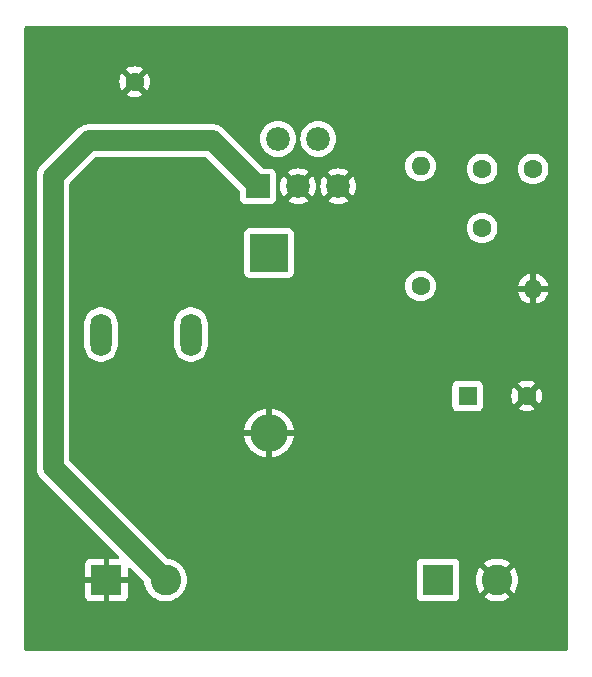
<source format=gbl>
G04 #@! TF.GenerationSoftware,KiCad,Pcbnew,8.0.4*
G04 #@! TF.CreationDate,2024-11-26T22:54:14-05:00*
G04 #@! TF.ProjectId,buck_converter_lm2596_5V,6275636b-5f63-46f6-9e76-65727465725f,rev?*
G04 #@! TF.SameCoordinates,Original*
G04 #@! TF.FileFunction,Copper,L2,Bot*
G04 #@! TF.FilePolarity,Positive*
%FSLAX46Y46*%
G04 Gerber Fmt 4.6, Leading zero omitted, Abs format (unit mm)*
G04 Created by KiCad (PCBNEW 8.0.4) date 2024-11-26 22:54:14*
%MOMM*%
%LPD*%
G01*
G04 APERTURE LIST*
G04 #@! TA.AperFunction,ComponentPad*
%ADD10R,1.600000X1.600000*%
G04 #@! TD*
G04 #@! TA.AperFunction,ComponentPad*
%ADD11C,1.600000*%
G04 #@! TD*
G04 #@! TA.AperFunction,ComponentPad*
%ADD12R,2.019300X2.019300*%
G04 #@! TD*
G04 #@! TA.AperFunction,ComponentPad*
%ADD13C,2.019300*%
G04 #@! TD*
G04 #@! TA.AperFunction,ComponentPad*
%ADD14R,2.600000X2.600000*%
G04 #@! TD*
G04 #@! TA.AperFunction,ComponentPad*
%ADD15C,2.600000*%
G04 #@! TD*
G04 #@! TA.AperFunction,ComponentPad*
%ADD16O,1.600000X1.600000*%
G04 #@! TD*
G04 #@! TA.AperFunction,ComponentPad*
%ADD17O,1.800000X3.600000*%
G04 #@! TD*
G04 #@! TA.AperFunction,ComponentPad*
%ADD18R,3.200000X3.200000*%
G04 #@! TD*
G04 #@! TA.AperFunction,ComponentPad*
%ADD19O,3.200000X3.200000*%
G04 #@! TD*
G04 #@! TA.AperFunction,Conductor*
%ADD20C,1.750000*%
G04 #@! TD*
G04 APERTURE END LIST*
D10*
X175197349Y-86400000D03*
D11*
X180197349Y-86400000D03*
D10*
X147000000Y-64802651D03*
D11*
X147000000Y-59802651D03*
D12*
X157429200Y-68656200D03*
D13*
X159131000Y-64643000D03*
X160832800Y-68656200D03*
X162534600Y-64643000D03*
X164236400Y-68656200D03*
D11*
X176403000Y-72183000D03*
X176403000Y-67183000D03*
D14*
X144606000Y-101981000D03*
D15*
X149606000Y-101981000D03*
D11*
X171196000Y-77089000D03*
D16*
X171196000Y-66929000D03*
D14*
X172673000Y-101981000D03*
D15*
X177673000Y-101981000D03*
D17*
X151765000Y-81200000D03*
X144145000Y-81200000D03*
D18*
X158369000Y-74295000D03*
D19*
X158369000Y-89535000D03*
D11*
X180721000Y-67183000D03*
D16*
X180721000Y-77343000D03*
D20*
X149606000Y-101981000D02*
X140081000Y-92456000D01*
X140081000Y-92456000D02*
X140081000Y-67818000D01*
X140081000Y-67818000D02*
X143129000Y-64770000D01*
X146431000Y-64770000D02*
X153543000Y-64770000D01*
X143129000Y-64770000D02*
X146431000Y-64770000D01*
X153543000Y-64770000D02*
X157429200Y-68656200D01*
G04 #@! TA.AperFunction,Conductor*
G36*
X183592539Y-55130185D02*
G01*
X183638294Y-55182989D01*
X183649500Y-55234500D01*
X183649500Y-107833500D01*
X183629815Y-107900539D01*
X183577011Y-107946294D01*
X183525500Y-107957500D01*
X137784500Y-107957500D01*
X137717461Y-107937815D01*
X137671706Y-107885011D01*
X137660500Y-107833500D01*
X137660500Y-67709746D01*
X138705500Y-67709746D01*
X138705500Y-92564253D01*
X138739370Y-92778098D01*
X138806272Y-92984006D01*
X138806273Y-92984009D01*
X138904569Y-93176922D01*
X139031821Y-93352071D01*
X139031825Y-93352076D01*
X145649068Y-99969319D01*
X145682553Y-100030642D01*
X145677569Y-100100334D01*
X145635697Y-100156267D01*
X145570233Y-100180684D01*
X145561387Y-100181000D01*
X144856000Y-100181000D01*
X144856000Y-101380998D01*
X144795598Y-101355979D01*
X144670019Y-101331000D01*
X144541981Y-101331000D01*
X144416402Y-101355979D01*
X144356000Y-101380998D01*
X144356000Y-100181000D01*
X143258155Y-100181000D01*
X143198627Y-100187401D01*
X143198620Y-100187403D01*
X143063913Y-100237645D01*
X143063906Y-100237649D01*
X142948812Y-100323809D01*
X142948809Y-100323812D01*
X142862649Y-100438906D01*
X142862645Y-100438913D01*
X142812403Y-100573620D01*
X142812401Y-100573627D01*
X142806000Y-100633155D01*
X142806000Y-101731000D01*
X144005999Y-101731000D01*
X143980979Y-101791402D01*
X143956000Y-101916981D01*
X143956000Y-102045019D01*
X143980979Y-102170598D01*
X144005999Y-102231000D01*
X142806000Y-102231000D01*
X142806000Y-103328844D01*
X142812401Y-103388372D01*
X142812403Y-103388379D01*
X142862645Y-103523086D01*
X142862649Y-103523093D01*
X142948809Y-103638187D01*
X142948812Y-103638190D01*
X143063906Y-103724350D01*
X143063913Y-103724354D01*
X143198620Y-103774596D01*
X143198627Y-103774598D01*
X143258155Y-103780999D01*
X143258172Y-103781000D01*
X144356000Y-103781000D01*
X144356000Y-102581001D01*
X144416402Y-102606021D01*
X144541981Y-102631000D01*
X144670019Y-102631000D01*
X144795598Y-102606021D01*
X144856000Y-102581001D01*
X144856000Y-103781000D01*
X145953828Y-103781000D01*
X145953844Y-103780999D01*
X146013372Y-103774598D01*
X146013379Y-103774596D01*
X146148086Y-103724354D01*
X146148093Y-103724350D01*
X146263187Y-103638190D01*
X146263190Y-103638187D01*
X146349350Y-103523093D01*
X146349354Y-103523086D01*
X146399596Y-103388379D01*
X146399598Y-103388372D01*
X146405999Y-103328844D01*
X146406000Y-103328827D01*
X146406000Y-102231000D01*
X145206001Y-102231000D01*
X145231021Y-102170598D01*
X145256000Y-102045019D01*
X145256000Y-101916981D01*
X145231021Y-101791402D01*
X145206001Y-101731000D01*
X146406000Y-101731000D01*
X146406000Y-101025613D01*
X146425685Y-100958574D01*
X146478489Y-100912819D01*
X146547647Y-100902875D01*
X146611203Y-100931900D01*
X146617681Y-100937932D01*
X147779233Y-102099484D01*
X147812718Y-102160807D01*
X147815205Y-102177896D01*
X147820617Y-102250103D01*
X147820618Y-102250106D01*
X147880663Y-102513186D01*
X147880666Y-102513195D01*
X147926901Y-102631000D01*
X147979257Y-102764398D01*
X148114185Y-102998102D01*
X148167655Y-103065151D01*
X148282442Y-103209089D01*
X148469183Y-103382358D01*
X148480259Y-103392635D01*
X148703226Y-103544651D01*
X148946359Y-103661738D01*
X149204228Y-103741280D01*
X149204229Y-103741280D01*
X149204232Y-103741281D01*
X149471063Y-103781499D01*
X149471068Y-103781499D01*
X149471071Y-103781500D01*
X149471072Y-103781500D01*
X149740928Y-103781500D01*
X149740929Y-103781500D01*
X149740936Y-103781499D01*
X150007767Y-103741281D01*
X150007768Y-103741280D01*
X150007772Y-103741280D01*
X150265641Y-103661738D01*
X150508775Y-103544651D01*
X150731741Y-103392635D01*
X150929561Y-103209085D01*
X151097815Y-102998102D01*
X151232743Y-102764398D01*
X151331334Y-102513195D01*
X151391383Y-102250103D01*
X151411549Y-101981000D01*
X151391383Y-101711897D01*
X151331334Y-101448805D01*
X151232743Y-101197602D01*
X151097815Y-100963898D01*
X150929561Y-100752915D01*
X150929560Y-100752914D01*
X150929557Y-100752910D01*
X150800469Y-100633135D01*
X170872500Y-100633135D01*
X170872500Y-103328870D01*
X170872501Y-103328876D01*
X170878908Y-103388483D01*
X170929202Y-103523328D01*
X170929206Y-103523335D01*
X171015452Y-103638544D01*
X171015455Y-103638547D01*
X171130664Y-103724793D01*
X171130671Y-103724797D01*
X171265517Y-103775091D01*
X171265516Y-103775091D01*
X171272444Y-103775835D01*
X171325127Y-103781500D01*
X174020872Y-103781499D01*
X174080483Y-103775091D01*
X174215331Y-103724796D01*
X174330546Y-103638546D01*
X174416796Y-103523331D01*
X174467091Y-103388483D01*
X174473500Y-103328873D01*
X174473499Y-101980995D01*
X175867953Y-101980995D01*
X175867953Y-101981004D01*
X175888113Y-102250026D01*
X175888113Y-102250028D01*
X175948142Y-102513033D01*
X175948148Y-102513052D01*
X176046709Y-102764181D01*
X176046708Y-102764181D01*
X176181602Y-102997822D01*
X176235294Y-103065151D01*
X176235295Y-103065151D01*
X177071958Y-102228488D01*
X177096978Y-102288890D01*
X177168112Y-102395351D01*
X177258649Y-102485888D01*
X177365110Y-102557022D01*
X177425510Y-102582041D01*
X176587848Y-103419702D01*
X176770483Y-103544220D01*
X176770485Y-103544221D01*
X177013539Y-103661269D01*
X177013537Y-103661269D01*
X177271337Y-103740790D01*
X177271343Y-103740792D01*
X177538101Y-103780999D01*
X177538110Y-103781000D01*
X177807890Y-103781000D01*
X177807898Y-103780999D01*
X178074656Y-103740792D01*
X178074662Y-103740790D01*
X178332461Y-103661269D01*
X178575521Y-103544218D01*
X178758150Y-103419702D01*
X177920488Y-102582041D01*
X177980890Y-102557022D01*
X178087351Y-102485888D01*
X178177888Y-102395351D01*
X178249022Y-102288890D01*
X178274041Y-102228488D01*
X179110703Y-103065151D01*
X179110704Y-103065150D01*
X179164393Y-102997828D01*
X179164400Y-102997817D01*
X179299290Y-102764181D01*
X179397851Y-102513052D01*
X179397857Y-102513033D01*
X179457886Y-102250028D01*
X179457886Y-102250026D01*
X179478047Y-101981004D01*
X179478047Y-101980995D01*
X179457886Y-101711973D01*
X179457886Y-101711971D01*
X179397857Y-101448966D01*
X179397851Y-101448947D01*
X179299290Y-101197818D01*
X179299291Y-101197818D01*
X179164397Y-100964177D01*
X179110704Y-100896847D01*
X178274041Y-101733510D01*
X178249022Y-101673110D01*
X178177888Y-101566649D01*
X178087351Y-101476112D01*
X177980890Y-101404978D01*
X177920488Y-101379958D01*
X178758150Y-100542296D01*
X178575517Y-100417779D01*
X178575516Y-100417778D01*
X178332460Y-100300730D01*
X178332462Y-100300730D01*
X178074662Y-100221209D01*
X178074656Y-100221207D01*
X177807898Y-100181000D01*
X177538101Y-100181000D01*
X177271343Y-100221207D01*
X177271337Y-100221209D01*
X177013538Y-100300730D01*
X176770485Y-100417778D01*
X176770476Y-100417783D01*
X176587848Y-100542296D01*
X177425511Y-101379958D01*
X177365110Y-101404978D01*
X177258649Y-101476112D01*
X177168112Y-101566649D01*
X177096978Y-101673110D01*
X177071958Y-101733511D01*
X176235295Y-100896848D01*
X176181600Y-100964180D01*
X176046709Y-101197818D01*
X175948148Y-101448947D01*
X175948142Y-101448966D01*
X175888113Y-101711971D01*
X175888113Y-101711973D01*
X175867953Y-101980995D01*
X174473499Y-101980995D01*
X174473499Y-100633128D01*
X174467091Y-100573517D01*
X174465542Y-100569365D01*
X174416797Y-100438671D01*
X174416793Y-100438664D01*
X174330547Y-100323455D01*
X174330544Y-100323452D01*
X174215335Y-100237206D01*
X174215328Y-100237202D01*
X174080482Y-100186908D01*
X174080483Y-100186908D01*
X174020883Y-100180501D01*
X174020881Y-100180500D01*
X174020873Y-100180500D01*
X174020864Y-100180500D01*
X171325129Y-100180500D01*
X171325123Y-100180501D01*
X171265516Y-100186908D01*
X171130671Y-100237202D01*
X171130664Y-100237206D01*
X171015455Y-100323452D01*
X171015452Y-100323455D01*
X170929206Y-100438664D01*
X170929202Y-100438671D01*
X170878908Y-100573517D01*
X170872501Y-100633116D01*
X170872501Y-100633123D01*
X170872500Y-100633135D01*
X150800469Y-100633135D01*
X150731741Y-100569365D01*
X150692038Y-100542296D01*
X150508775Y-100417349D01*
X150508771Y-100417347D01*
X150508768Y-100417345D01*
X150508767Y-100417344D01*
X150265643Y-100300263D01*
X150265645Y-100300263D01*
X150007773Y-100220720D01*
X150007767Y-100220718D01*
X149792840Y-100188324D01*
X149729483Y-100158868D01*
X149723640Y-100153390D01*
X141492819Y-91922568D01*
X141459334Y-91861245D01*
X141456500Y-91834887D01*
X141456500Y-89284999D01*
X156281192Y-89284999D01*
X156281193Y-89285000D01*
X157606639Y-89285000D01*
X157599743Y-89301649D01*
X157569000Y-89456207D01*
X157569000Y-89613793D01*
X157599743Y-89768351D01*
X157606639Y-89785000D01*
X156281193Y-89785000D01*
X156283697Y-89821619D01*
X156342146Y-90102888D01*
X156342150Y-90102902D01*
X156438355Y-90373595D01*
X156570527Y-90628676D01*
X156736204Y-90863385D01*
X156736204Y-90863386D01*
X156932288Y-91073341D01*
X157155135Y-91254641D01*
X157155146Y-91254648D01*
X157400607Y-91403917D01*
X157664108Y-91518371D01*
X157940737Y-91595879D01*
X157940746Y-91595881D01*
X158118999Y-91620380D01*
X158119000Y-91620380D01*
X158119000Y-90297360D01*
X158135649Y-90304257D01*
X158290207Y-90335000D01*
X158447793Y-90335000D01*
X158602351Y-90304257D01*
X158619000Y-90297360D01*
X158619000Y-91620380D01*
X158797253Y-91595881D01*
X158797262Y-91595879D01*
X159073891Y-91518371D01*
X159337392Y-91403917D01*
X159582853Y-91254648D01*
X159582864Y-91254641D01*
X159805711Y-91073341D01*
X160001795Y-90863386D01*
X160001795Y-90863385D01*
X160167472Y-90628676D01*
X160299644Y-90373595D01*
X160395849Y-90102902D01*
X160395853Y-90102888D01*
X160454302Y-89821619D01*
X160456807Y-89785000D01*
X159131361Y-89785000D01*
X159138257Y-89768351D01*
X159169000Y-89613793D01*
X159169000Y-89456207D01*
X159138257Y-89301649D01*
X159131361Y-89285000D01*
X160456807Y-89285000D01*
X160456807Y-89284999D01*
X160454302Y-89248380D01*
X160395853Y-88967111D01*
X160395849Y-88967097D01*
X160299644Y-88696404D01*
X160167472Y-88441323D01*
X160001795Y-88206614D01*
X160001795Y-88206613D01*
X159805711Y-87996658D01*
X159582864Y-87815358D01*
X159582853Y-87815351D01*
X159337392Y-87666082D01*
X159073891Y-87551628D01*
X158797262Y-87474120D01*
X158797255Y-87474119D01*
X158619000Y-87449618D01*
X158619000Y-88772639D01*
X158602351Y-88765743D01*
X158447793Y-88735000D01*
X158290207Y-88735000D01*
X158135649Y-88765743D01*
X158119000Y-88772639D01*
X158119000Y-87449618D01*
X157940744Y-87474119D01*
X157940737Y-87474120D01*
X157664108Y-87551628D01*
X157400607Y-87666082D01*
X157155146Y-87815351D01*
X157155135Y-87815358D01*
X156932288Y-87996658D01*
X156736204Y-88206613D01*
X156736204Y-88206614D01*
X156570527Y-88441323D01*
X156438355Y-88696404D01*
X156342150Y-88967097D01*
X156342146Y-88967111D01*
X156283697Y-89248380D01*
X156281192Y-89284999D01*
X141456500Y-89284999D01*
X141456500Y-85552135D01*
X173896849Y-85552135D01*
X173896849Y-87247870D01*
X173896850Y-87247876D01*
X173903257Y-87307483D01*
X173953551Y-87442328D01*
X173953555Y-87442335D01*
X174039801Y-87557544D01*
X174039804Y-87557547D01*
X174155013Y-87643793D01*
X174155020Y-87643797D01*
X174289866Y-87694091D01*
X174289865Y-87694091D01*
X174296793Y-87694835D01*
X174349476Y-87700500D01*
X176045221Y-87700499D01*
X176104832Y-87694091D01*
X176239680Y-87643796D01*
X176354895Y-87557546D01*
X176441145Y-87442331D01*
X176491440Y-87307483D01*
X176497849Y-87247873D01*
X176497848Y-86399997D01*
X178892383Y-86399997D01*
X178892383Y-86400002D01*
X178912207Y-86626599D01*
X178912209Y-86626610D01*
X178971079Y-86846317D01*
X178971084Y-86846331D01*
X179067212Y-87052478D01*
X179118323Y-87125472D01*
X179797349Y-86446446D01*
X179797349Y-86452661D01*
X179824608Y-86554394D01*
X179877269Y-86645606D01*
X179951743Y-86720080D01*
X180042955Y-86772741D01*
X180144688Y-86800000D01*
X180150902Y-86800000D01*
X179471875Y-87479025D01*
X179544862Y-87530132D01*
X179544870Y-87530136D01*
X179751017Y-87626264D01*
X179751031Y-87626269D01*
X179970738Y-87685139D01*
X179970749Y-87685141D01*
X180197347Y-87704966D01*
X180197351Y-87704966D01*
X180423948Y-87685141D01*
X180423959Y-87685139D01*
X180643666Y-87626269D01*
X180643680Y-87626264D01*
X180849827Y-87530136D01*
X180922820Y-87479024D01*
X180243796Y-86800000D01*
X180250010Y-86800000D01*
X180351743Y-86772741D01*
X180442955Y-86720080D01*
X180517429Y-86645606D01*
X180570090Y-86554394D01*
X180597349Y-86452661D01*
X180597349Y-86446447D01*
X181276373Y-87125471D01*
X181327485Y-87052478D01*
X181423613Y-86846331D01*
X181423618Y-86846317D01*
X181482488Y-86626610D01*
X181482490Y-86626599D01*
X181502315Y-86400002D01*
X181502315Y-86399997D01*
X181482490Y-86173400D01*
X181482488Y-86173389D01*
X181423618Y-85953682D01*
X181423613Y-85953668D01*
X181327485Y-85747521D01*
X181327481Y-85747513D01*
X181276374Y-85674526D01*
X180597349Y-86353551D01*
X180597349Y-86347339D01*
X180570090Y-86245606D01*
X180517429Y-86154394D01*
X180442955Y-86079920D01*
X180351743Y-86027259D01*
X180250010Y-86000000D01*
X180243797Y-86000000D01*
X180922821Y-85320974D01*
X180849827Y-85269863D01*
X180643680Y-85173735D01*
X180643666Y-85173730D01*
X180423959Y-85114860D01*
X180423948Y-85114858D01*
X180197351Y-85095034D01*
X180197347Y-85095034D01*
X179970749Y-85114858D01*
X179970738Y-85114860D01*
X179751031Y-85173730D01*
X179751022Y-85173734D01*
X179544865Y-85269866D01*
X179544861Y-85269868D01*
X179471875Y-85320973D01*
X179471875Y-85320974D01*
X180150902Y-86000000D01*
X180144688Y-86000000D01*
X180042955Y-86027259D01*
X179951743Y-86079920D01*
X179877269Y-86154394D01*
X179824608Y-86245606D01*
X179797349Y-86347339D01*
X179797349Y-86353552D01*
X179118323Y-85674526D01*
X179118322Y-85674526D01*
X179067217Y-85747512D01*
X179067215Y-85747516D01*
X178971083Y-85953673D01*
X178971079Y-85953682D01*
X178912209Y-86173389D01*
X178912207Y-86173400D01*
X178892383Y-86399997D01*
X176497848Y-86399997D01*
X176497848Y-85552128D01*
X176491440Y-85492517D01*
X176441145Y-85357669D01*
X176441144Y-85357668D01*
X176441142Y-85357664D01*
X176354896Y-85242455D01*
X176354893Y-85242452D01*
X176239684Y-85156206D01*
X176239677Y-85156202D01*
X176104831Y-85105908D01*
X176104832Y-85105908D01*
X176045232Y-85099501D01*
X176045230Y-85099500D01*
X176045222Y-85099500D01*
X176045213Y-85099500D01*
X174349478Y-85099500D01*
X174349472Y-85099501D01*
X174289865Y-85105908D01*
X174155020Y-85156202D01*
X174155013Y-85156206D01*
X174039804Y-85242452D01*
X174039801Y-85242455D01*
X173953555Y-85357664D01*
X173953551Y-85357671D01*
X173903257Y-85492517D01*
X173896850Y-85552116D01*
X173896850Y-85552123D01*
X173896849Y-85552135D01*
X141456500Y-85552135D01*
X141456500Y-80189778D01*
X142744500Y-80189778D01*
X142744500Y-82210221D01*
X142778985Y-82427952D01*
X142847103Y-82637603D01*
X142847104Y-82637606D01*
X142947187Y-82834025D01*
X143076752Y-83012358D01*
X143076756Y-83012363D01*
X143232636Y-83168243D01*
X143232641Y-83168247D01*
X143388192Y-83281260D01*
X143410978Y-83297815D01*
X143539375Y-83363237D01*
X143607393Y-83397895D01*
X143607396Y-83397896D01*
X143712221Y-83431955D01*
X143817049Y-83466015D01*
X144034778Y-83500500D01*
X144034779Y-83500500D01*
X144255221Y-83500500D01*
X144255222Y-83500500D01*
X144472951Y-83466015D01*
X144682606Y-83397895D01*
X144879022Y-83297815D01*
X145057365Y-83168242D01*
X145213242Y-83012365D01*
X145342815Y-82834022D01*
X145442895Y-82637606D01*
X145511015Y-82427951D01*
X145545500Y-82210222D01*
X145545500Y-80189778D01*
X150364500Y-80189778D01*
X150364500Y-82210221D01*
X150398985Y-82427952D01*
X150467103Y-82637603D01*
X150467104Y-82637606D01*
X150567187Y-82834025D01*
X150696752Y-83012358D01*
X150696756Y-83012363D01*
X150852636Y-83168243D01*
X150852641Y-83168247D01*
X151008192Y-83281260D01*
X151030978Y-83297815D01*
X151159375Y-83363237D01*
X151227393Y-83397895D01*
X151227396Y-83397896D01*
X151332221Y-83431955D01*
X151437049Y-83466015D01*
X151654778Y-83500500D01*
X151654779Y-83500500D01*
X151875221Y-83500500D01*
X151875222Y-83500500D01*
X152092951Y-83466015D01*
X152302606Y-83397895D01*
X152499022Y-83297815D01*
X152677365Y-83168242D01*
X152833242Y-83012365D01*
X152962815Y-82834022D01*
X153062895Y-82637606D01*
X153131015Y-82427951D01*
X153165500Y-82210222D01*
X153165500Y-80189778D01*
X153131015Y-79972049D01*
X153062895Y-79762394D01*
X153062895Y-79762393D01*
X153028237Y-79694375D01*
X152962815Y-79565978D01*
X152946260Y-79543192D01*
X152833247Y-79387641D01*
X152833243Y-79387636D01*
X152677363Y-79231756D01*
X152677358Y-79231752D01*
X152499025Y-79102187D01*
X152499024Y-79102186D01*
X152499022Y-79102185D01*
X152436096Y-79070122D01*
X152302606Y-79002104D01*
X152302603Y-79002103D01*
X152092952Y-78933985D01*
X151984086Y-78916742D01*
X151875222Y-78899500D01*
X151654778Y-78899500D01*
X151582201Y-78910995D01*
X151437047Y-78933985D01*
X151227396Y-79002103D01*
X151227393Y-79002104D01*
X151030974Y-79102187D01*
X150852641Y-79231752D01*
X150852636Y-79231756D01*
X150696756Y-79387636D01*
X150696752Y-79387641D01*
X150567187Y-79565974D01*
X150467104Y-79762393D01*
X150467103Y-79762396D01*
X150398985Y-79972047D01*
X150364500Y-80189778D01*
X145545500Y-80189778D01*
X145511015Y-79972049D01*
X145442895Y-79762394D01*
X145442895Y-79762393D01*
X145408237Y-79694375D01*
X145342815Y-79565978D01*
X145326260Y-79543192D01*
X145213247Y-79387641D01*
X145213243Y-79387636D01*
X145057363Y-79231756D01*
X145057358Y-79231752D01*
X144879025Y-79102187D01*
X144879024Y-79102186D01*
X144879022Y-79102185D01*
X144816096Y-79070122D01*
X144682606Y-79002104D01*
X144682603Y-79002103D01*
X144472952Y-78933985D01*
X144364086Y-78916742D01*
X144255222Y-78899500D01*
X144034778Y-78899500D01*
X143962201Y-78910995D01*
X143817047Y-78933985D01*
X143607396Y-79002103D01*
X143607393Y-79002104D01*
X143410974Y-79102187D01*
X143232641Y-79231752D01*
X143232636Y-79231756D01*
X143076756Y-79387636D01*
X143076752Y-79387641D01*
X142947187Y-79565974D01*
X142847104Y-79762393D01*
X142847103Y-79762396D01*
X142778985Y-79972047D01*
X142744500Y-80189778D01*
X141456500Y-80189778D01*
X141456500Y-77088998D01*
X169890532Y-77088998D01*
X169890532Y-77089001D01*
X169910364Y-77315686D01*
X169910366Y-77315697D01*
X169969258Y-77535488D01*
X169969261Y-77535497D01*
X170065431Y-77741732D01*
X170065432Y-77741734D01*
X170195954Y-77928141D01*
X170356858Y-78089045D01*
X170356861Y-78089047D01*
X170543266Y-78219568D01*
X170749504Y-78315739D01*
X170969308Y-78374635D01*
X171131230Y-78388801D01*
X171195998Y-78394468D01*
X171196000Y-78394468D01*
X171196002Y-78394468D01*
X171252673Y-78389509D01*
X171422692Y-78374635D01*
X171642496Y-78315739D01*
X171848734Y-78219568D01*
X172035139Y-78089047D01*
X172196047Y-77928139D01*
X172326568Y-77741734D01*
X172422739Y-77535496D01*
X172481635Y-77315692D01*
X172501118Y-77092999D01*
X179442127Y-77092999D01*
X179442128Y-77093000D01*
X180405314Y-77093000D01*
X180400920Y-77097394D01*
X180348259Y-77188606D01*
X180321000Y-77290339D01*
X180321000Y-77395661D01*
X180348259Y-77497394D01*
X180400920Y-77588606D01*
X180405314Y-77593000D01*
X179442128Y-77593000D01*
X179494730Y-77789317D01*
X179494734Y-77789326D01*
X179590865Y-77995482D01*
X179721342Y-78181820D01*
X179882179Y-78342657D01*
X180068517Y-78473134D01*
X180274673Y-78569265D01*
X180274682Y-78569269D01*
X180470999Y-78621872D01*
X180471000Y-78621871D01*
X180471000Y-77658686D01*
X180475394Y-77663080D01*
X180566606Y-77715741D01*
X180668339Y-77743000D01*
X180773661Y-77743000D01*
X180875394Y-77715741D01*
X180966606Y-77663080D01*
X180971000Y-77658686D01*
X180971000Y-78621872D01*
X181167317Y-78569269D01*
X181167326Y-78569265D01*
X181373482Y-78473134D01*
X181559820Y-78342657D01*
X181720657Y-78181820D01*
X181851134Y-77995482D01*
X181947265Y-77789326D01*
X181947269Y-77789317D01*
X181999872Y-77593000D01*
X181036686Y-77593000D01*
X181041080Y-77588606D01*
X181093741Y-77497394D01*
X181121000Y-77395661D01*
X181121000Y-77290339D01*
X181093741Y-77188606D01*
X181041080Y-77097394D01*
X181036686Y-77093000D01*
X181999872Y-77093000D01*
X181999872Y-77092999D01*
X181947269Y-76896682D01*
X181947265Y-76896673D01*
X181851134Y-76690517D01*
X181720657Y-76504179D01*
X181559820Y-76343342D01*
X181373482Y-76212865D01*
X181167328Y-76116734D01*
X180971000Y-76064127D01*
X180971000Y-77027314D01*
X180966606Y-77022920D01*
X180875394Y-76970259D01*
X180773661Y-76943000D01*
X180668339Y-76943000D01*
X180566606Y-76970259D01*
X180475394Y-77022920D01*
X180471000Y-77027314D01*
X180471000Y-76064127D01*
X180274671Y-76116734D01*
X180068517Y-76212865D01*
X179882179Y-76343342D01*
X179721342Y-76504179D01*
X179590865Y-76690517D01*
X179494734Y-76896673D01*
X179494730Y-76896682D01*
X179442127Y-77092999D01*
X172501118Y-77092999D01*
X172501468Y-77089000D01*
X172481635Y-76862308D01*
X172422739Y-76642504D01*
X172326568Y-76436266D01*
X172196047Y-76249861D01*
X172196045Y-76249858D01*
X172035141Y-76088954D01*
X171848734Y-75958432D01*
X171848732Y-75958431D01*
X171642497Y-75862261D01*
X171642488Y-75862258D01*
X171422697Y-75803366D01*
X171422693Y-75803365D01*
X171422692Y-75803365D01*
X171422691Y-75803364D01*
X171422686Y-75803364D01*
X171196002Y-75783532D01*
X171195998Y-75783532D01*
X170969313Y-75803364D01*
X170969302Y-75803366D01*
X170749511Y-75862258D01*
X170749502Y-75862261D01*
X170543267Y-75958431D01*
X170543265Y-75958432D01*
X170356858Y-76088954D01*
X170195954Y-76249858D01*
X170065432Y-76436265D01*
X170065431Y-76436267D01*
X169969261Y-76642502D01*
X169969258Y-76642511D01*
X169910366Y-76862302D01*
X169910364Y-76862313D01*
X169890532Y-77088998D01*
X141456500Y-77088998D01*
X141456500Y-72647135D01*
X156268500Y-72647135D01*
X156268500Y-75942870D01*
X156268501Y-75942876D01*
X156274908Y-76002483D01*
X156325202Y-76137328D01*
X156325206Y-76137335D01*
X156411452Y-76252544D01*
X156411455Y-76252547D01*
X156526664Y-76338793D01*
X156526671Y-76338797D01*
X156661517Y-76389091D01*
X156661516Y-76389091D01*
X156668444Y-76389835D01*
X156721127Y-76395500D01*
X160016872Y-76395499D01*
X160076483Y-76389091D01*
X160211331Y-76338796D01*
X160326546Y-76252546D01*
X160412796Y-76137331D01*
X160463091Y-76002483D01*
X160469500Y-75942873D01*
X160469499Y-72647128D01*
X160463091Y-72587517D01*
X160412796Y-72452669D01*
X160412795Y-72452668D01*
X160412793Y-72452664D01*
X160326547Y-72337455D01*
X160326544Y-72337452D01*
X160211335Y-72251206D01*
X160211328Y-72251202D01*
X160076482Y-72200908D01*
X160076483Y-72200908D01*
X160016883Y-72194501D01*
X160016881Y-72194500D01*
X160016873Y-72194500D01*
X160016864Y-72194500D01*
X156721129Y-72194500D01*
X156721123Y-72194501D01*
X156661516Y-72200908D01*
X156526671Y-72251202D01*
X156526664Y-72251206D01*
X156411455Y-72337452D01*
X156411452Y-72337455D01*
X156325206Y-72452664D01*
X156325202Y-72452671D01*
X156274908Y-72587517D01*
X156270395Y-72629497D01*
X156268501Y-72647123D01*
X156268500Y-72647135D01*
X141456500Y-72647135D01*
X141456500Y-72182998D01*
X175097532Y-72182998D01*
X175097532Y-72183001D01*
X175117364Y-72409686D01*
X175117366Y-72409697D01*
X175176258Y-72629488D01*
X175176261Y-72629497D01*
X175272431Y-72835732D01*
X175272432Y-72835734D01*
X175402954Y-73022141D01*
X175563858Y-73183045D01*
X175563861Y-73183047D01*
X175750266Y-73313568D01*
X175956504Y-73409739D01*
X176176308Y-73468635D01*
X176338230Y-73482801D01*
X176402998Y-73488468D01*
X176403000Y-73488468D01*
X176403002Y-73488468D01*
X176459673Y-73483509D01*
X176629692Y-73468635D01*
X176849496Y-73409739D01*
X177055734Y-73313568D01*
X177242139Y-73183047D01*
X177403047Y-73022139D01*
X177533568Y-72835734D01*
X177629739Y-72629496D01*
X177688635Y-72409692D01*
X177708468Y-72183000D01*
X177688635Y-71956308D01*
X177629739Y-71736504D01*
X177533568Y-71530266D01*
X177403047Y-71343861D01*
X177403045Y-71343858D01*
X177242141Y-71182954D01*
X177055734Y-71052432D01*
X177055732Y-71052431D01*
X176849497Y-70956261D01*
X176849488Y-70956258D01*
X176629697Y-70897366D01*
X176629693Y-70897365D01*
X176629692Y-70897365D01*
X176629691Y-70897364D01*
X176629686Y-70897364D01*
X176403002Y-70877532D01*
X176402998Y-70877532D01*
X176176313Y-70897364D01*
X176176302Y-70897366D01*
X175956511Y-70956258D01*
X175956502Y-70956261D01*
X175750267Y-71052431D01*
X175750265Y-71052432D01*
X175563858Y-71182954D01*
X175402954Y-71343858D01*
X175272432Y-71530265D01*
X175272431Y-71530267D01*
X175176261Y-71736502D01*
X175176258Y-71736511D01*
X175117366Y-71956302D01*
X175117364Y-71956313D01*
X175097532Y-72182998D01*
X141456500Y-72182998D01*
X141456500Y-68439113D01*
X141476185Y-68372074D01*
X141492819Y-68351432D01*
X143662432Y-66181819D01*
X143723755Y-66148334D01*
X143750113Y-66145500D01*
X146322746Y-66145500D01*
X152921887Y-66145500D01*
X152988926Y-66165185D01*
X153009568Y-66181819D01*
X155882731Y-69054982D01*
X155916216Y-69116305D01*
X155919050Y-69142663D01*
X155919050Y-69713720D01*
X155919051Y-69713726D01*
X155925458Y-69773333D01*
X155975752Y-69908178D01*
X155975756Y-69908185D01*
X156062002Y-70023394D01*
X156062005Y-70023397D01*
X156177214Y-70109643D01*
X156177221Y-70109647D01*
X156312067Y-70159941D01*
X156312066Y-70159941D01*
X156318994Y-70160685D01*
X156371677Y-70166350D01*
X158486722Y-70166349D01*
X158546333Y-70159941D01*
X158681181Y-70109646D01*
X158796396Y-70023396D01*
X158882646Y-69908181D01*
X158932941Y-69773333D01*
X158939350Y-69713723D01*
X158939349Y-68656200D01*
X159318482Y-68656200D01*
X159337126Y-68893095D01*
X159392596Y-69124145D01*
X159483532Y-69343686D01*
X159600647Y-69534799D01*
X160214078Y-68921368D01*
X160236306Y-68975032D01*
X160309969Y-69085276D01*
X160403724Y-69179031D01*
X160513968Y-69252694D01*
X160567630Y-69274921D01*
X159954199Y-69888351D01*
X160145313Y-70005467D01*
X160364854Y-70096403D01*
X160595904Y-70151873D01*
X160832800Y-70170517D01*
X161069695Y-70151873D01*
X161300745Y-70096403D01*
X161520286Y-70005467D01*
X161711399Y-69888352D01*
X161711399Y-69888351D01*
X161097969Y-69274921D01*
X161151632Y-69252694D01*
X161261876Y-69179031D01*
X161355631Y-69085276D01*
X161429294Y-68975032D01*
X161451521Y-68921369D01*
X162064951Y-69534799D01*
X162064952Y-69534799D01*
X162182067Y-69343686D01*
X162273003Y-69124145D01*
X162328473Y-68893095D01*
X162347117Y-68656200D01*
X162722082Y-68656200D01*
X162740726Y-68893095D01*
X162796196Y-69124145D01*
X162887132Y-69343686D01*
X163004247Y-69534799D01*
X163617678Y-68921368D01*
X163639906Y-68975032D01*
X163713569Y-69085276D01*
X163807324Y-69179031D01*
X163917568Y-69252694D01*
X163971230Y-69274921D01*
X163357799Y-69888351D01*
X163548913Y-70005467D01*
X163768454Y-70096403D01*
X163999504Y-70151873D01*
X164236400Y-70170517D01*
X164473295Y-70151873D01*
X164704345Y-70096403D01*
X164923886Y-70005467D01*
X165114999Y-69888352D01*
X165114999Y-69888351D01*
X164501569Y-69274921D01*
X164555232Y-69252694D01*
X164665476Y-69179031D01*
X164759231Y-69085276D01*
X164832894Y-68975032D01*
X164855121Y-68921369D01*
X165468551Y-69534799D01*
X165468552Y-69534799D01*
X165585667Y-69343686D01*
X165676603Y-69124145D01*
X165732073Y-68893095D01*
X165750717Y-68656200D01*
X165732073Y-68419304D01*
X165676603Y-68188254D01*
X165585667Y-67968713D01*
X165468551Y-67777599D01*
X164855121Y-68391030D01*
X164832894Y-68337368D01*
X164759231Y-68227124D01*
X164665476Y-68133369D01*
X164555232Y-68059706D01*
X164501569Y-68037478D01*
X165114999Y-67424047D01*
X164923886Y-67306932D01*
X164704345Y-67215996D01*
X164473295Y-67160526D01*
X164236400Y-67141882D01*
X163999504Y-67160526D01*
X163768454Y-67215996D01*
X163548913Y-67306932D01*
X163357799Y-67424047D01*
X163971230Y-68037478D01*
X163917568Y-68059706D01*
X163807324Y-68133369D01*
X163713569Y-68227124D01*
X163639906Y-68337368D01*
X163617678Y-68391030D01*
X163004247Y-67777599D01*
X162887132Y-67968713D01*
X162796196Y-68188254D01*
X162740726Y-68419304D01*
X162722082Y-68656200D01*
X162347117Y-68656200D01*
X162328473Y-68419304D01*
X162273003Y-68188254D01*
X162182067Y-67968713D01*
X162064951Y-67777599D01*
X161451521Y-68391030D01*
X161429294Y-68337368D01*
X161355631Y-68227124D01*
X161261876Y-68133369D01*
X161151632Y-68059706D01*
X161097969Y-68037478D01*
X161711399Y-67424047D01*
X161520286Y-67306932D01*
X161300745Y-67215996D01*
X161069695Y-67160526D01*
X160832800Y-67141882D01*
X160595904Y-67160526D01*
X160364854Y-67215996D01*
X160145313Y-67306932D01*
X159954199Y-67424047D01*
X160567630Y-68037478D01*
X160513968Y-68059706D01*
X160403724Y-68133369D01*
X160309969Y-68227124D01*
X160236306Y-68337368D01*
X160214078Y-68391030D01*
X159600647Y-67777599D01*
X159483532Y-67968713D01*
X159392596Y-68188254D01*
X159337126Y-68419304D01*
X159318482Y-68656200D01*
X158939349Y-68656200D01*
X158939349Y-67598678D01*
X158932941Y-67539067D01*
X158890041Y-67424047D01*
X158882647Y-67404221D01*
X158882643Y-67404214D01*
X158796397Y-67289005D01*
X158796394Y-67289002D01*
X158681185Y-67202756D01*
X158681178Y-67202752D01*
X158546332Y-67152458D01*
X158546333Y-67152458D01*
X158486733Y-67146051D01*
X158486731Y-67146050D01*
X158486723Y-67146050D01*
X158486715Y-67146050D01*
X157915663Y-67146050D01*
X157848624Y-67126365D01*
X157827982Y-67109731D01*
X157647249Y-66928998D01*
X169890532Y-66928998D01*
X169890532Y-66929001D01*
X169910364Y-67155686D01*
X169910366Y-67155697D01*
X169969258Y-67375488D01*
X169969261Y-67375497D01*
X170065431Y-67581732D01*
X170065432Y-67581734D01*
X170195954Y-67768141D01*
X170356858Y-67929045D01*
X170356861Y-67929047D01*
X170543266Y-68059568D01*
X170749504Y-68155739D01*
X170969308Y-68214635D01*
X171112058Y-68227124D01*
X171195998Y-68234468D01*
X171196000Y-68234468D01*
X171196002Y-68234468D01*
X171252673Y-68229509D01*
X171422692Y-68214635D01*
X171642496Y-68155739D01*
X171848734Y-68059568D01*
X172035139Y-67929047D01*
X172196047Y-67768139D01*
X172326568Y-67581734D01*
X172422739Y-67375496D01*
X172474318Y-67182998D01*
X175097532Y-67182998D01*
X175097532Y-67183001D01*
X175117364Y-67409686D01*
X175117366Y-67409697D01*
X175176258Y-67629488D01*
X175176261Y-67629497D01*
X175272431Y-67835732D01*
X175272432Y-67835734D01*
X175402954Y-68022141D01*
X175563858Y-68183045D01*
X175563861Y-68183047D01*
X175750266Y-68313568D01*
X175956504Y-68409739D01*
X176176308Y-68468635D01*
X176338230Y-68482801D01*
X176402998Y-68488468D01*
X176403000Y-68488468D01*
X176403002Y-68488468D01*
X176459673Y-68483509D01*
X176629692Y-68468635D01*
X176849496Y-68409739D01*
X177055734Y-68313568D01*
X177242139Y-68183047D01*
X177403047Y-68022139D01*
X177533568Y-67835734D01*
X177629739Y-67629496D01*
X177688635Y-67409692D01*
X177708468Y-67183000D01*
X177708468Y-67182998D01*
X179415532Y-67182998D01*
X179415532Y-67183001D01*
X179435364Y-67409686D01*
X179435366Y-67409697D01*
X179494258Y-67629488D01*
X179494261Y-67629497D01*
X179590431Y-67835732D01*
X179590432Y-67835734D01*
X179720954Y-68022141D01*
X179881858Y-68183045D01*
X179881861Y-68183047D01*
X180068266Y-68313568D01*
X180274504Y-68409739D01*
X180494308Y-68468635D01*
X180656230Y-68482801D01*
X180720998Y-68488468D01*
X180721000Y-68488468D01*
X180721002Y-68488468D01*
X180777673Y-68483509D01*
X180947692Y-68468635D01*
X181167496Y-68409739D01*
X181373734Y-68313568D01*
X181560139Y-68183047D01*
X181721047Y-68022139D01*
X181851568Y-67835734D01*
X181947739Y-67629496D01*
X182006635Y-67409692D01*
X182026468Y-67183000D01*
X182006635Y-66956308D01*
X181947739Y-66736504D01*
X181851568Y-66530266D01*
X181721047Y-66343861D01*
X181721045Y-66343858D01*
X181560141Y-66182954D01*
X181373734Y-66052432D01*
X181373732Y-66052431D01*
X181167497Y-65956261D01*
X181167488Y-65956258D01*
X180947697Y-65897366D01*
X180947693Y-65897365D01*
X180947692Y-65897365D01*
X180947691Y-65897364D01*
X180947686Y-65897364D01*
X180721002Y-65877532D01*
X180720998Y-65877532D01*
X180494313Y-65897364D01*
X180494302Y-65897366D01*
X180274511Y-65956258D01*
X180274502Y-65956261D01*
X180068267Y-66052431D01*
X180068265Y-66052432D01*
X179881858Y-66182954D01*
X179720954Y-66343858D01*
X179590432Y-66530265D01*
X179590431Y-66530267D01*
X179494261Y-66736502D01*
X179494258Y-66736511D01*
X179435366Y-66956302D01*
X179435364Y-66956313D01*
X179415532Y-67182998D01*
X177708468Y-67182998D01*
X177688635Y-66956308D01*
X177629739Y-66736504D01*
X177533568Y-66530266D01*
X177403047Y-66343861D01*
X177403045Y-66343858D01*
X177242141Y-66182954D01*
X177055734Y-66052432D01*
X177055732Y-66052431D01*
X176849497Y-65956261D01*
X176849488Y-65956258D01*
X176629697Y-65897366D01*
X176629693Y-65897365D01*
X176629692Y-65897365D01*
X176629691Y-65897364D01*
X176629686Y-65897364D01*
X176403002Y-65877532D01*
X176402998Y-65877532D01*
X176176313Y-65897364D01*
X176176302Y-65897366D01*
X175956511Y-65956258D01*
X175956502Y-65956261D01*
X175750267Y-66052431D01*
X175750265Y-66052432D01*
X175563858Y-66182954D01*
X175402954Y-66343858D01*
X175272432Y-66530265D01*
X175272431Y-66530267D01*
X175176261Y-66736502D01*
X175176258Y-66736511D01*
X175117366Y-66956302D01*
X175117364Y-66956313D01*
X175097532Y-67182998D01*
X172474318Y-67182998D01*
X172481635Y-67155692D01*
X172501468Y-66929000D01*
X172481635Y-66702308D01*
X172422739Y-66482504D01*
X172326568Y-66276266D01*
X172196047Y-66089861D01*
X172196045Y-66089858D01*
X172035141Y-65928954D01*
X171848734Y-65798432D01*
X171848732Y-65798431D01*
X171642497Y-65702261D01*
X171642488Y-65702258D01*
X171422697Y-65643366D01*
X171422693Y-65643365D01*
X171422692Y-65643365D01*
X171422691Y-65643364D01*
X171422686Y-65643364D01*
X171196002Y-65623532D01*
X171195998Y-65623532D01*
X170969313Y-65643364D01*
X170969302Y-65643366D01*
X170749511Y-65702258D01*
X170749502Y-65702261D01*
X170543267Y-65798431D01*
X170543265Y-65798432D01*
X170356858Y-65928954D01*
X170195954Y-66089858D01*
X170065432Y-66276265D01*
X170065431Y-66276267D01*
X169969261Y-66482502D01*
X169969258Y-66482511D01*
X169910366Y-66702302D01*
X169910364Y-66702313D01*
X169890532Y-66928998D01*
X157647249Y-66928998D01*
X155361251Y-64643000D01*
X157616180Y-64643000D01*
X157634830Y-64879973D01*
X157690320Y-65111105D01*
X157690320Y-65111106D01*
X157781282Y-65330710D01*
X157781284Y-65330713D01*
X157905481Y-65533383D01*
X157905482Y-65533385D01*
X157905483Y-65533387D01*
X157905485Y-65533389D01*
X158059861Y-65714139D01*
X158240611Y-65868515D01*
X158240613Y-65868516D01*
X158240614Y-65868517D01*
X158240616Y-65868518D01*
X158443286Y-65992715D01*
X158443289Y-65992717D01*
X158662894Y-66083679D01*
X158861244Y-66131298D01*
X158894030Y-66139170D01*
X159131000Y-66157820D01*
X159367970Y-66139170D01*
X159599105Y-66083679D01*
X159599106Y-66083679D01*
X159818710Y-65992717D01*
X159818711Y-65992716D01*
X159818714Y-65992715D01*
X160021389Y-65868515D01*
X160202139Y-65714139D01*
X160356515Y-65533389D01*
X160480715Y-65330714D01*
X160571679Y-65111105D01*
X160627170Y-64879970D01*
X160645820Y-64643000D01*
X161019780Y-64643000D01*
X161038430Y-64879973D01*
X161093920Y-65111105D01*
X161093920Y-65111106D01*
X161184882Y-65330710D01*
X161184884Y-65330713D01*
X161309081Y-65533383D01*
X161309082Y-65533385D01*
X161309083Y-65533387D01*
X161309085Y-65533389D01*
X161463461Y-65714139D01*
X161644211Y-65868515D01*
X161644213Y-65868516D01*
X161644214Y-65868517D01*
X161644216Y-65868518D01*
X161846886Y-65992715D01*
X161846889Y-65992717D01*
X162066494Y-66083679D01*
X162264844Y-66131298D01*
X162297630Y-66139170D01*
X162534600Y-66157820D01*
X162771570Y-66139170D01*
X163002705Y-66083679D01*
X163002706Y-66083679D01*
X163222310Y-65992717D01*
X163222311Y-65992716D01*
X163222314Y-65992715D01*
X163424989Y-65868515D01*
X163605739Y-65714139D01*
X163760115Y-65533389D01*
X163884315Y-65330714D01*
X163975279Y-65111105D01*
X164030770Y-64879970D01*
X164049420Y-64643000D01*
X164030770Y-64406030D01*
X163975279Y-64174895D01*
X163975279Y-64174894D01*
X163975279Y-64174893D01*
X163884317Y-63955289D01*
X163884315Y-63955286D01*
X163760118Y-63752616D01*
X163760117Y-63752614D01*
X163760116Y-63752613D01*
X163760115Y-63752611D01*
X163605739Y-63571861D01*
X163424989Y-63417485D01*
X163424987Y-63417483D01*
X163424985Y-63417482D01*
X163424983Y-63417481D01*
X163222313Y-63293284D01*
X163222310Y-63293282D01*
X163002705Y-63202320D01*
X162771573Y-63146830D01*
X162534600Y-63128180D01*
X162297626Y-63146830D01*
X162066494Y-63202320D01*
X162066493Y-63202320D01*
X161846889Y-63293282D01*
X161846886Y-63293284D01*
X161644216Y-63417481D01*
X161644214Y-63417482D01*
X161463461Y-63571861D01*
X161309082Y-63752614D01*
X161309081Y-63752616D01*
X161184884Y-63955286D01*
X161184882Y-63955289D01*
X161093920Y-64174893D01*
X161093920Y-64174894D01*
X161038430Y-64406026D01*
X161019780Y-64643000D01*
X160645820Y-64643000D01*
X160627170Y-64406030D01*
X160571679Y-64174895D01*
X160571679Y-64174894D01*
X160571679Y-64174893D01*
X160480717Y-63955289D01*
X160480715Y-63955286D01*
X160356518Y-63752616D01*
X160356517Y-63752614D01*
X160356516Y-63752613D01*
X160356515Y-63752611D01*
X160202139Y-63571861D01*
X160021389Y-63417485D01*
X160021387Y-63417483D01*
X160021385Y-63417482D01*
X160021383Y-63417481D01*
X159818713Y-63293284D01*
X159818710Y-63293282D01*
X159599105Y-63202320D01*
X159367973Y-63146830D01*
X159131000Y-63128180D01*
X158894026Y-63146830D01*
X158662894Y-63202320D01*
X158662893Y-63202320D01*
X158443289Y-63293282D01*
X158443286Y-63293284D01*
X158240616Y-63417481D01*
X158240614Y-63417482D01*
X158059861Y-63571861D01*
X157905482Y-63752614D01*
X157905481Y-63752616D01*
X157781284Y-63955286D01*
X157781282Y-63955289D01*
X157690320Y-64174893D01*
X157690320Y-64174894D01*
X157634830Y-64406026D01*
X157616180Y-64643000D01*
X155361251Y-64643000D01*
X154439076Y-63720825D01*
X154439071Y-63720821D01*
X154263922Y-63593569D01*
X154263921Y-63593568D01*
X154263919Y-63593567D01*
X154202115Y-63562076D01*
X154071009Y-63495273D01*
X154071003Y-63495271D01*
X153865098Y-63428370D01*
X153865041Y-63428360D01*
X153678581Y-63398828D01*
X153651254Y-63394500D01*
X146539254Y-63394500D01*
X143237254Y-63394500D01*
X143020746Y-63394500D01*
X143020741Y-63394500D01*
X142806902Y-63428368D01*
X142600986Y-63495275D01*
X142408077Y-63593569D01*
X142232928Y-63720821D01*
X142232923Y-63720825D01*
X139031827Y-66921921D01*
X139002547Y-66962221D01*
X138962247Y-67017691D01*
X138933407Y-67057386D01*
X138904567Y-67097080D01*
X138806273Y-67289990D01*
X138806272Y-67289993D01*
X138739370Y-67495901D01*
X138705500Y-67709746D01*
X137660500Y-67709746D01*
X137660500Y-59802648D01*
X145695034Y-59802648D01*
X145695034Y-59802653D01*
X145714858Y-60029250D01*
X145714860Y-60029261D01*
X145773730Y-60248968D01*
X145773735Y-60248982D01*
X145869863Y-60455129D01*
X145920974Y-60528123D01*
X146600000Y-59849097D01*
X146600000Y-59855312D01*
X146627259Y-59957045D01*
X146679920Y-60048257D01*
X146754394Y-60122731D01*
X146845606Y-60175392D01*
X146947339Y-60202651D01*
X146953553Y-60202651D01*
X146274526Y-60881676D01*
X146347513Y-60932783D01*
X146347521Y-60932787D01*
X146553668Y-61028915D01*
X146553682Y-61028920D01*
X146773389Y-61087790D01*
X146773400Y-61087792D01*
X146999998Y-61107617D01*
X147000002Y-61107617D01*
X147226599Y-61087792D01*
X147226610Y-61087790D01*
X147446317Y-61028920D01*
X147446331Y-61028915D01*
X147652478Y-60932787D01*
X147725471Y-60881675D01*
X147046447Y-60202651D01*
X147052661Y-60202651D01*
X147154394Y-60175392D01*
X147245606Y-60122731D01*
X147320080Y-60048257D01*
X147372741Y-59957045D01*
X147400000Y-59855312D01*
X147400000Y-59849098D01*
X148079024Y-60528122D01*
X148130136Y-60455129D01*
X148226264Y-60248982D01*
X148226269Y-60248968D01*
X148285139Y-60029261D01*
X148285141Y-60029250D01*
X148304966Y-59802653D01*
X148304966Y-59802648D01*
X148285141Y-59576051D01*
X148285139Y-59576040D01*
X148226269Y-59356333D01*
X148226264Y-59356319D01*
X148130136Y-59150172D01*
X148130132Y-59150164D01*
X148079025Y-59077177D01*
X147400000Y-59756202D01*
X147400000Y-59749990D01*
X147372741Y-59648257D01*
X147320080Y-59557045D01*
X147245606Y-59482571D01*
X147154394Y-59429910D01*
X147052661Y-59402651D01*
X147046448Y-59402651D01*
X147725472Y-58723625D01*
X147652478Y-58672514D01*
X147446331Y-58576386D01*
X147446317Y-58576381D01*
X147226610Y-58517511D01*
X147226599Y-58517509D01*
X147000002Y-58497685D01*
X146999998Y-58497685D01*
X146773400Y-58517509D01*
X146773389Y-58517511D01*
X146553682Y-58576381D01*
X146553673Y-58576385D01*
X146347516Y-58672517D01*
X146347512Y-58672519D01*
X146274526Y-58723624D01*
X146274526Y-58723625D01*
X146953553Y-59402651D01*
X146947339Y-59402651D01*
X146845606Y-59429910D01*
X146754394Y-59482571D01*
X146679920Y-59557045D01*
X146627259Y-59648257D01*
X146600000Y-59749990D01*
X146600000Y-59756203D01*
X145920974Y-59077177D01*
X145920973Y-59077177D01*
X145869868Y-59150163D01*
X145869866Y-59150167D01*
X145773734Y-59356324D01*
X145773730Y-59356333D01*
X145714860Y-59576040D01*
X145714858Y-59576051D01*
X145695034Y-59802648D01*
X137660500Y-59802648D01*
X137660500Y-55234500D01*
X137680185Y-55167461D01*
X137732989Y-55121706D01*
X137784500Y-55110500D01*
X183525500Y-55110500D01*
X183592539Y-55130185D01*
G37*
G04 #@! TD.AperFunction*
M02*

</source>
